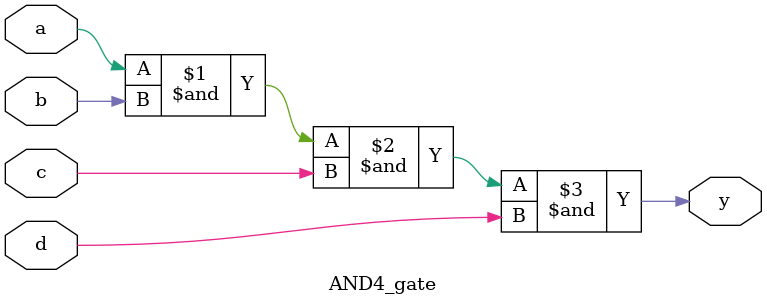
<source format=v>
module AND4_gate (
    input a, b, c, d,
    output y
);
    assign y = a & b & c & d;
endmodule
</source>
